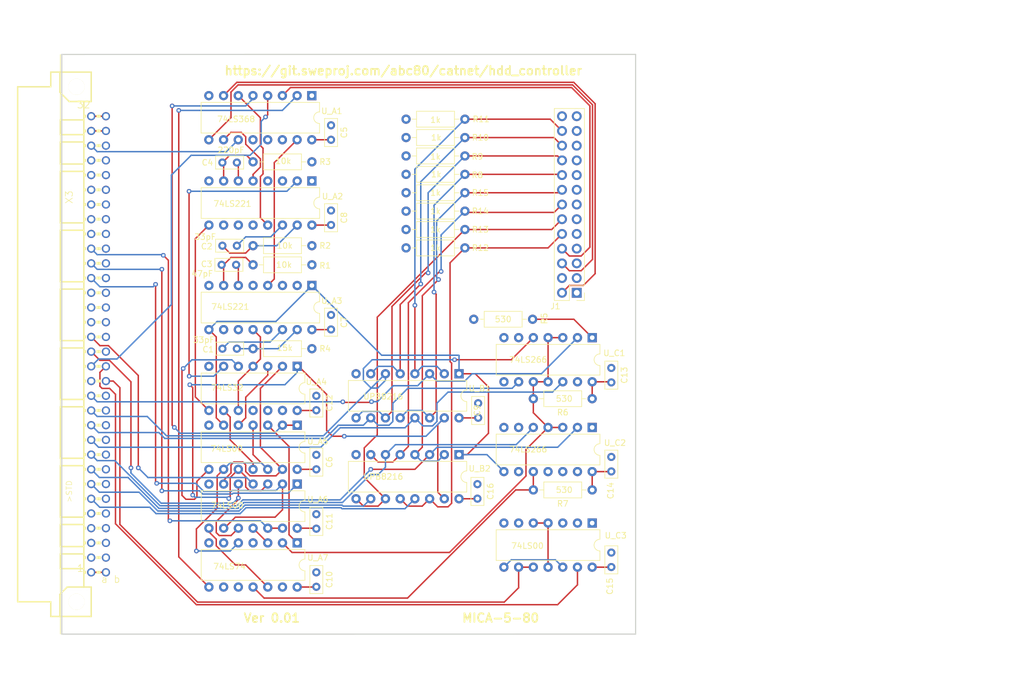
<source format=kicad_pcb>
(kicad_pcb (version 20221018) (generator pcbnew)

  (general
    (thickness 1.6)
  )

  (paper "A4")
  (title_block
    (title "DataBoard 5076-00")
    (date "2023-10-10")
    (rev "v1.01")
    (company "SweProj")
    (comment 1 "Monty to 4680 int")
  )

  (layers
    (0 "F.Cu" signal)
    (1 "In1.Cu" signal)
    (2 "In2.Cu" signal)
    (31 "B.Cu" signal)
    (32 "B.Adhes" user "B.Adhesive")
    (33 "F.Adhes" user "F.Adhesive")
    (34 "B.Paste" user)
    (35 "F.Paste" user)
    (36 "B.SilkS" user "B.Silkscreen")
    (37 "F.SilkS" user "F.Silkscreen")
    (38 "B.Mask" user)
    (39 "F.Mask" user)
    (40 "Dwgs.User" user "User.Drawings")
    (41 "Cmts.User" user "User.Comments")
    (42 "Eco1.User" user "User.Eco1")
    (43 "Eco2.User" user "User.Eco2")
    (44 "Edge.Cuts" user)
    (45 "Margin" user)
    (46 "B.CrtYd" user "B.Courtyard")
    (47 "F.CrtYd" user "F.Courtyard")
    (48 "B.Fab" user)
    (49 "F.Fab" user)
    (50 "User.1" user)
    (51 "User.2" user)
    (52 "User.3" user)
    (53 "User.4" user)
    (54 "User.5" user)
    (55 "User.6" user)
    (56 "User.7" user)
    (57 "User.8" user)
    (58 "User.9" user)
  )

  (setup
    (stackup
      (layer "F.SilkS" (type "Top Silk Screen"))
      (layer "F.Paste" (type "Top Solder Paste"))
      (layer "F.Mask" (type "Top Solder Mask") (thickness 0.01))
      (layer "F.Cu" (type "copper") (thickness 0.035))
      (layer "dielectric 1" (type "prepreg") (thickness 0.1) (material "FR4") (epsilon_r 4.5) (loss_tangent 0.02))
      (layer "In1.Cu" (type "copper") (thickness 0.035))
      (layer "dielectric 2" (type "core") (thickness 1.24) (material "FR4") (epsilon_r 4.5) (loss_tangent 0.02))
      (layer "In2.Cu" (type "copper") (thickness 0.035))
      (layer "dielectric 3" (type "prepreg") (thickness 0.1) (material "FR4") (epsilon_r 4.5) (loss_tangent 0.02))
      (layer "B.Cu" (type "copper") (thickness 0.035))
      (layer "B.Mask" (type "Bottom Solder Mask") (thickness 0.01))
      (layer "B.Paste" (type "Bottom Solder Paste"))
      (layer "B.SilkS" (type "Bottom Silk Screen"))
      (copper_finish "None")
      (dielectric_constraints no)
    )
    (pad_to_mask_clearance 0)
    (pcbplotparams
      (layerselection 0x00010fc_ffffffff)
      (plot_on_all_layers_selection 0x0000000_00000000)
      (disableapertmacros false)
      (usegerberextensions false)
      (usegerberattributes true)
      (usegerberadvancedattributes true)
      (creategerberjobfile true)
      (dashed_line_dash_ratio 12.000000)
      (dashed_line_gap_ratio 3.000000)
      (svgprecision 4)
      (plotframeref false)
      (viasonmask false)
      (mode 1)
      (useauxorigin false)
      (hpglpennumber 1)
      (hpglpenspeed 20)
      (hpglpendiameter 15.000000)
      (dxfpolygonmode true)
      (dxfimperialunits true)
      (dxfusepcbnewfont true)
      (psnegative false)
      (psa4output false)
      (plotreference true)
      (plotvalue true)
      (plotinvisibletext false)
      (sketchpadsonfab false)
      (subtractmaskfromsilk false)
      (outputformat 1)
      (mirror false)
      (drillshape 1)
      (scaleselection 1)
      (outputdirectory "")
    )
  )

  (net 0 "")
  (net 1 "/ABC_-12V")
  (net 2 "GND")
  (net 3 "/~{RESIN}")
  (net 4 "/~{XMEMW80}")
  (net 5 "/D7")
  (net 6 "/D6")
  (net 7 "/D5")
  (net 8 "/D4")
  (net 9 "/D3")
  (net 10 "/D2")
  (net 11 "/D1")
  (net 12 "/D0")
  (net 13 "unconnected-(X3-NC-PadA14)")
  (net 14 "/~{RST}")
  (net 15 "/~{STATUS}")
  (net 16 "/~{INP}")
  (net 17 "/~{C4}")
  (net 18 "/~{C3}")
  (net 19 "/~{C2}")
  (net 20 "/~{C1}")
  (net 21 "/~{OUT}")
  (net 22 "/~{CS}")
  (net 23 "/~{NMI}")
  (net 24 "unconnected-(X3-GND-PadA25)")
  (net 25 "/~{XINPSTB}")
  (net 26 "/~{XOUTSTB}")
  (net 27 "/~{XM}")
  (net 28 "unconnected-(X3-GND-PadA29)")
  (net 29 "/READY")
  (net 30 "/ABC_12V")
  (net 31 "/~{XMEMW800}")
  (net 32 "/~{XMEMFL}")
  (net 33 "ABC_CLK_5")
  (net 34 "unconnected-(X3-GND-PadB6)")
  (net 35 "unconnected-(X3-GND-PadB7)")
  (net 36 "unconnected-(X3-GND-PadB8)")
  (net 37 "unconnected-(X3-GND-PadB9)")
  (net 38 "unconnected-(X3-GND-PadB10)")
  (net 39 "unconnected-(X3-GND-PadB11)")
  (net 40 "unconnected-(X3-GND-PadB12)")
  (net 41 "/A15")
  (net 42 "/A14")
  (net 43 "/A13")
  (net 44 "/A12")
  (net 45 "/A11")
  (net 46 "/A10")
  (net 47 "/A9")
  (net 48 "/A8")
  (net 49 "/A7")
  (net 50 "/A6")
  (net 51 "/A5")
  (net 52 "/A4")
  (net 53 "/A3")
  (net 54 "/A2")
  (net 55 "/A1")
  (net 56 "/A0")
  (net 57 "unconnected-(X3-NC-PadB30)")
  (net 58 "Net-(U_A2B-~{A})")
  (net 59 "Net-(U_A2B-Cext)")
  (net 60 "Net-(U_A3A-~{A})")
  (net 61 "Net-(U_A3B-~{Q})")
  (net 62 "Net-(U_B1-~{DIEN})")
  (net 63 "Net-(U_A4-Pad2)")
  (net 64 "Net-(U_A4-Pad5)")
  (net 65 "Net-(U_A1-I1)")
  (net 66 "Net-(J1-Pin_8)")
  (net 67 "Net-(U_A1-O2a)")
  (net 68 "Net-(J1-Pin_2)")
  (net 69 "Net-(J1-Pin_6)")
  (net 70 "Net-(U_A1-I4)")
  (net 71 "+5V")
  (net 72 "unconnected-(U_A1-O6b-Pad13)")
  (net 73 "unconnected-(U_A1-I6-Pad14)")
  (net 74 "Net-(U_A2A-B)")
  (net 75 "unconnected-(U_A2A-~{Q}-Pad4)")
  (net 76 "Net-(U_A2B-RCext)")
  (net 77 "Net-(U_A2A-Cext)")
  (net 78 "Net-(U_A4-Pad9)")
  (net 79 "Net-(U_A2A-RCext)")
  (net 80 "unconnected-(U_A2B-~{Q}-Pad12)")
  (net 81 "Net-(U_A3B-Cext)")
  (net 82 "Net-(U_A3B-RCext)")
  (net 83 "Net-(U_A3A-Cext)")
  (net 84 "unconnected-(U_A3A-B-Pad2)")
  (net 85 "Net-(U_A3A-RCext)")
  (net 86 "unconnected-(U_A3B-Q-Pad5)")
  (net 87 "unconnected-(J1-Pin_4-Pad4)")
  (net 88 "unconnected-(J1-Pin_7-Pad7)")
  (net 89 "unconnected-(U_A3B-B-Pad10)")
  (net 90 "unconnected-(J1-Pin_26-Pad26)")
  (net 91 "unconnected-(U_A3A-Q-Pad13)")
  (net 92 "Net-(U_A1-I3)")
  (net 93 "Net-(U_A1-OEb)")
  (net 94 "Net-(R5-Pad2)")
  (net 95 "Net-(U_A4-Pad3)")
  (net 96 "Net-(J1-Pin_16)")
  (net 97 "Net-(J1-Pin_14)")
  (net 98 "unconnected-(U_A4-Pad11)")
  (net 99 "unconnected-(U_A4-Pad12)")
  (net 100 "unconnected-(U_A4-Pad13)")
  (net 101 "Net-(U_A7A-~{R})")
  (net 102 "Net-(U_A7A-Q)")
  (net 103 "Net-(J1-Pin_12)")
  (net 104 "Net-(J1-Pin_10)")
  (net 105 "Net-(U_A7B-D)")
  (net 106 "Net-(U_A7A-C)")
  (net 107 "Net-(U_A7A-D)")
  (net 108 "unconnected-(U_A7A-~{Q}-Pad6)")
  (net 109 "unconnected-(U_A7B-Q-Pad9)")
  (net 110 "Net-(U_A7B-C)")
  (net 111 "Net-(J1-Pin_24)")
  (net 112 "Net-(J1-Pin_22)")
  (net 113 "Net-(J1-Pin_20)")
  (net 114 "Net-(J1-Pin_18)")
  (net 115 "unconnected-(U_C2-Pad11)")
  (net 116 "unconnected-(U_C2-Pad12)")
  (net 117 "unconnected-(U_C2-Pad13)")
  (net 118 "unconnected-(U_C3-Pad1)")
  (net 119 "unconnected-(U_C3-Pad2)")
  (net 120 "unconnected-(U_C3-Pad3)")
  (net 121 "Net-(U_C3-Pad11)")
  (net 122 "unconnected-(U_C3-Pad6)")
  (net 123 "Net-(U_C3-Pad12)")
  (net 124 "unconnected-(X3-~{INT}-PadB13)")

  (footprint "Capacitor_THT:C_Rect_L4.6mm_W2.0mm_P2.50mm_MKS02_FKP02" (layer "F.Cu") (at 117.475 119.4 -90))

  (footprint "Capacitor_THT:C_Rect_L4.6mm_W2.0mm_P2.50mm_MKS02_FKP02" (layer "F.Cu") (at 92.202 72.156 -90))

  (footprint "Package_DIP:DIP-14_W7.62mm" (layer "F.Cu") (at 86.36 109.22 -90))

  (footprint "Resistor_THT:R_Axial_DIN0207_L6.3mm_D2.5mm_P10.16mm_Horizontal" (layer "F.Cu") (at 78.74 96.012))

  (footprint "Package_DIP:DIP-16_W7.62mm" (layer "F.Cu") (at 88.885 52.324 -90))

  (footprint "Resistor_THT:R_Axial_DIN0207_L6.3mm_D2.5mm_P10.16mm_Horizontal" (layer "F.Cu") (at 115.316 72.263 180))

  (footprint "Capacitor_THT:C_Rect_L4.6mm_W2.0mm_P2.50mm_MKS02_FKP02" (layer "F.Cu") (at 73.446 96.012))

  (footprint "Resistor_THT:R_Axial_DIN0207_L6.3mm_D2.5mm_P10.16mm_Horizontal" (layer "F.Cu") (at 115.316 78.613 180))

  (footprint "Resistor_THT:R_Axial_DIN0207_L6.3mm_D2.5mm_P10.16mm_Horizontal" (layer "F.Cu") (at 115.316 56.388 180))

  (footprint "Resistor_THT:R_Axial_DIN0207_L6.3mm_D2.5mm_P10.16mm_Horizontal" (layer "F.Cu") (at 88.9 78.232 180))

  (footprint "Capacitor_THT:C_Rect_L4.6mm_W2.0mm_P2.50mm_MKS02_FKP02" (layer "F.Cu") (at 89.662 104.14 -90))

  (footprint "Package_DIP:DIP-16_W7.62mm" (layer "F.Cu") (at 114.3 100.34 -90))

  (footprint "Resistor_THT:R_Axial_DIN0207_L6.3mm_D2.5mm_P10.16mm_Horizontal" (layer "F.Cu") (at 115.316 62.738 180))

  (footprint "Capacitor_THT:C_Rect_L4.6mm_W2.0mm_P2.50mm_MKS02_FKP02" (layer "F.Cu") (at 75.946 63.881 180))

  (footprint "Package_DIP:DIP-14_W7.62mm" (layer "F.Cu") (at 137.292 94.107 -90))

  (footprint "Resistor_THT:R_Axial_DIN0207_L6.3mm_D2.5mm_P10.16mm_Horizontal" (layer "F.Cu") (at 137.287 104.648 180))

  (footprint "Capacitor_THT:C_Rect_L4.6mm_W2.0mm_P2.50mm_MKS02_FKP02" (layer "F.Cu") (at 75.819 81.534 180))

  (footprint "Package_DIP:DIP-14_W7.62mm" (layer "F.Cu") (at 137.287 126.111 -90))

  (footprint "Resistor_THT:R_Axial_DIN0207_L6.3mm_D2.5mm_P10.16mm_Horizontal" (layer "F.Cu") (at 115.316 69.088 180))

  (footprint "Resistor_THT:R_Axial_DIN0207_L6.3mm_D2.5mm_P10.16mm_Horizontal" (layer "F.Cu") (at 115.316 75.438 180))

  (footprint "Capacitor_THT:C_Rect_L4.6mm_W2.0mm_P2.50mm_MKS02_FKP02" (layer "F.Cu") (at 140.589 131.211 -90))

  (footprint "hdd_controller:MAB64B-FAB64Q" (layer "F.Cu") (at 48.26 95.25 180))

  (footprint "Capacitor_THT:C_Rect_L4.6mm_W2.0mm_P2.50mm_MKS02_FKP02" (layer "F.Cu") (at 92.202 57.444 -90))

  (footprint "Package_DIP:DIP-14_W7.62mm" (layer "F.Cu") (at 86.365 119.38 -90))

  (footprint "Capacitor_THT:C_Rect_L4.6mm_W2.0mm_P2.50mm_MKS02_FKP02" (layer "F.Cu") (at 89.662 134.62 -90))

  (footprint "Capacitor_THT:C_Rect_L4.6mm_W2.0mm_P2.50mm_MKS02_FKP02" (layer "F.Cu") (at 89.662 124.587 -90))

  (footprint "Resistor_THT:R_Axial_DIN0207_L6.3mm_D2.5mm_P10.16mm_Horizontal" (layer "F.Cu") (at 137.287 120.396 180))

  (footprint "Package_DIP:DIP-16_W7.62mm" (layer "F.Cu") (at 88.9 67.056 -90))

  (footprint "Capacitor_THT:C_Rect_L4.6mm_W2.0mm_P2.50mm_MKS02_FKP02" (layer "F.Cu") (at 75.946 78.232 180))

  (footprint "Package_DIP:DIP-16_W7.62mm" (layer "F.Cu")
    (tstamp bbafef35-df23-4b50-8bbe-9b6c234ebe1a)
    (at 114.3 114.3 -90)
    (descr "16-lead though-hole mounted DIP package, row spacing 7.62 mm (300 mils)")
    (tags "THT DIP DIL PDIP 2.54mm 7.62mm 300mil")
    (property "Sheetfile" "hdd_controller.kicad_sch")
    (property "Sheetname" "")
    (property "ki_description" "4-bit Bi directional bus driver, 3-state outputs")
    (property "ki_keywords" "BUFFER BUS TTL 3State")
    (path "/56de1b5a-d7ec-4cc1-b011-f5c325b320bf")
    (attr through_hole)
    (fp_text reference "U_B2" (at 2.413 -3.556 -180) (layer "F.SilkS")
        (effects (font (size 1 1) (thickness 0.15)))
      (tstamp 73ca7005-7cfb-431d-a666-dbb4fec8663f)
    )
    (fp_text value "UPB8216" (at 3.81 13.081 180) (layer "F.SilkS")
        (effects (font (size 1 1) (thickness 0.15)))
      (tstamp 77583c71-35d1-4b88-a3e7-e72fa616ab03)
    )
    (fp_text user "${REFERENCE}" (at 3.81 8.89 90) (layer "F.Fab")
        (effects (font (size 1 1) (thickness 0.15)))
      (tstamp 3c812781-bc09-480d-a47e-b403aec1b8e7)
    )
    (fp_line (start 1.16 -1.33) (end 1.16 19.11)
      (stroke (width 0.12) (type solid)) (layer "F.SilkS") (tstamp 70b0b8e2-d401-42e4-955d-6c4376f5a91f))
    (fp_line (start 1.16 19.11) (end 6.46 19.11)
      (stroke (width 0.12) (type solid)) (layer "F.SilkS") (tstamp fd1d298d-a94b-4971-b166-badf4c462c05))
    (fp_line (start 2.81 -1.33) (end 1.16 -1.33)
      (stroke (width 0.12) (type solid)) (layer "F.SilkS") (tstamp 168bab15-9262-4496-b9b5-ffe3a3d3f034))
    (fp_line (start 6.46 -1.33) (end 4.81 -1.33)
      (stroke (width 0.12) (type solid)) (layer "F.SilkS") (tstamp 2335bb80-5e32-4ccd-8930
... [1397157 chars truncated]
</source>
